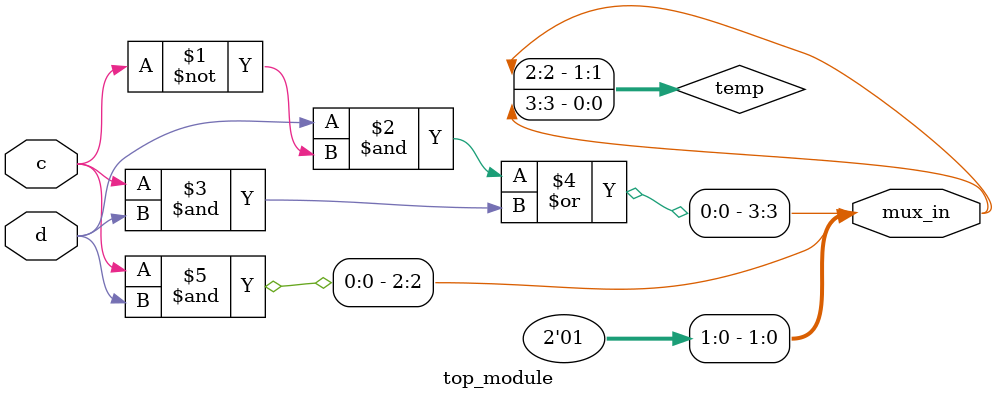
<source format=sv>
module top_module (
    input c,
    input d,
    output [3:0] mux_in
);

    wire [1:0] temp;

    // Implement the Karnaugh map using two 2-to-1 multiplexers
    assign temp[0] = (d & ~c) | (c & d);
    assign temp[1] = (c & d);

    // Connect the outputs of the 2-to-1 multiplexers to the 4-to-1 multiplexer inputs
    assign mux_in[0] = 1'b1;
    assign mux_in[1] = 1'b0;
    assign mux_in[2] = temp[1];
    assign mux_in[3] = temp[0];

endmodule

</source>
